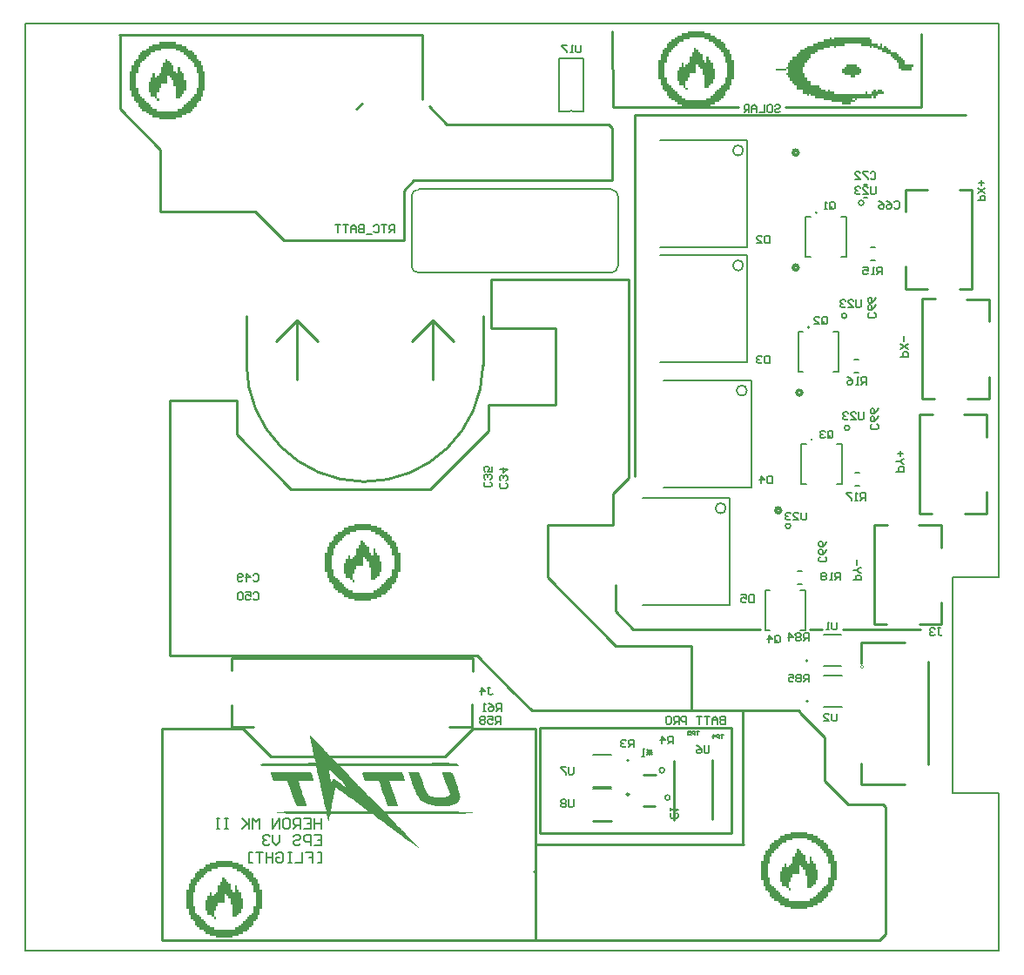
<source format=gbo>
G04*
G04 #@! TF.GenerationSoftware,Altium Limited,Altium Designer,18.1.9 (240)*
G04*
G04 Layer_Color=32896*
%FSLAX44Y44*%
%MOMM*%
G71*
G01*
G75*
%ADD10C,0.2540*%
%ADD11C,0.2000*%
%ADD12C,0.0000*%
%ADD14C,0.1524*%
%ADD16C,0.1520*%
%ADD17C,0.1270*%
%ADD143C,0.3000*%
G36*
X336296Y413512D02*
X342392D01*
Y411480D01*
X346456D01*
Y409448D01*
X348488D01*
Y407416D01*
X352552D01*
Y405384D01*
X354584D01*
Y403352D01*
X356616D01*
Y401320D01*
Y399288D01*
X358648D01*
Y397256D01*
X360680D01*
Y395224D01*
Y393192D01*
X362712D01*
Y391160D01*
Y389128D01*
Y387096D01*
X364744D01*
Y385064D01*
Y383032D01*
Y381000D01*
Y378968D01*
Y376936D01*
Y374904D01*
Y372872D01*
Y370840D01*
Y368808D01*
X362712D01*
Y366776D01*
Y364744D01*
Y362712D01*
X360680D01*
Y360680D01*
Y358648D01*
X358648D01*
Y356616D01*
X356616D01*
Y354584D01*
Y352552D01*
X354584D01*
Y350520D01*
X352552D01*
Y348488D01*
X350520D01*
Y346456D01*
X346456D01*
Y344424D01*
X342392D01*
Y342392D01*
X336296D01*
Y340360D01*
X320040D01*
Y342392D01*
X313944D01*
Y344424D01*
X309880D01*
Y346456D01*
X307848D01*
Y348488D01*
X303784D01*
Y350520D01*
X301752D01*
Y352552D01*
X299720D01*
Y354584D01*
Y356616D01*
X297688D01*
Y358648D01*
X295656D01*
Y360680D01*
Y362712D01*
X293624D01*
Y364744D01*
Y366776D01*
Y368808D01*
X291592D01*
Y370840D01*
Y372872D01*
Y374904D01*
Y376936D01*
Y378968D01*
Y381000D01*
Y383032D01*
Y385064D01*
Y387096D01*
X293624D01*
Y389128D01*
Y391160D01*
Y393192D01*
X295656D01*
Y395224D01*
Y397256D01*
X297688D01*
Y399288D01*
X299720D01*
Y401320D01*
Y403352D01*
X301752D01*
Y405384D01*
X303784D01*
Y407416D01*
X307848D01*
Y409448D01*
X309880D01*
Y411480D01*
X313944D01*
Y413512D01*
X320040D01*
Y415544D01*
X336296D01*
Y413512D01*
D02*
G37*
G36*
X760476Y113792D02*
X766572D01*
Y111760D01*
X770636D01*
Y109728D01*
X772668D01*
Y107696D01*
X776732D01*
Y105664D01*
X778764D01*
Y103632D01*
X780796D01*
Y101600D01*
Y99568D01*
X782828D01*
Y97536D01*
X784860D01*
Y95504D01*
Y93472D01*
X786892D01*
Y91440D01*
Y89408D01*
Y87376D01*
X788924D01*
Y85344D01*
Y83312D01*
Y81280D01*
Y79248D01*
Y77216D01*
Y75184D01*
Y73152D01*
Y71120D01*
Y69088D01*
X786892D01*
Y67056D01*
Y65024D01*
Y62992D01*
X784860D01*
Y60960D01*
Y58928D01*
X782828D01*
Y56896D01*
X780796D01*
Y54864D01*
Y52832D01*
X778764D01*
Y50800D01*
X776732D01*
Y48768D01*
X774700D01*
Y46736D01*
X770636D01*
Y44704D01*
X766572D01*
Y42672D01*
X760476D01*
Y40640D01*
X744220D01*
Y42672D01*
X738124D01*
Y44704D01*
X734060D01*
Y46736D01*
X732028D01*
Y48768D01*
X727964D01*
Y50800D01*
X725932D01*
Y52832D01*
X723900D01*
Y54864D01*
Y56896D01*
X721868D01*
Y58928D01*
X719836D01*
Y60960D01*
Y62992D01*
X717804D01*
Y65024D01*
Y67056D01*
Y69088D01*
X715772D01*
Y71120D01*
Y73152D01*
Y75184D01*
Y77216D01*
Y79248D01*
Y81280D01*
Y83312D01*
Y85344D01*
Y87376D01*
X717804D01*
Y89408D01*
Y91440D01*
Y93472D01*
X719836D01*
Y95504D01*
Y97536D01*
X721868D01*
Y99568D01*
X723900D01*
Y101600D01*
Y103632D01*
X725932D01*
Y105664D01*
X727964D01*
Y107696D01*
X732028D01*
Y109728D01*
X734060D01*
Y111760D01*
X738124D01*
Y113792D01*
X744220D01*
Y115824D01*
X760476D01*
Y113792D01*
D02*
G37*
G36*
X201676Y85852D02*
X207772D01*
Y83820D01*
X211836D01*
Y81788D01*
X213868D01*
Y79756D01*
X217932D01*
Y77724D01*
X219964D01*
Y75692D01*
X221996D01*
Y73660D01*
Y71628D01*
X224028D01*
Y69596D01*
X226060D01*
Y67564D01*
Y65532D01*
X228092D01*
Y63500D01*
Y61468D01*
Y59436D01*
X230124D01*
Y57404D01*
Y55372D01*
Y53340D01*
Y51308D01*
Y49276D01*
Y47244D01*
Y45212D01*
Y43180D01*
Y41148D01*
X228092D01*
Y39116D01*
Y37084D01*
Y35052D01*
X226060D01*
Y33020D01*
Y30988D01*
X224028D01*
Y28956D01*
X221996D01*
Y26924D01*
Y24892D01*
X219964D01*
Y22860D01*
X217932D01*
Y20828D01*
X215900D01*
Y18796D01*
X211836D01*
Y16764D01*
X207772D01*
Y14732D01*
X201676D01*
Y12700D01*
X185420D01*
Y14732D01*
X179324D01*
Y16764D01*
X175260D01*
Y18796D01*
X173228D01*
Y20828D01*
X169164D01*
Y22860D01*
X167132D01*
Y24892D01*
X165100D01*
Y26924D01*
Y28956D01*
X163068D01*
Y30988D01*
X161036D01*
Y33020D01*
Y35052D01*
X159004D01*
Y37084D01*
Y39116D01*
Y41148D01*
X156972D01*
Y43180D01*
Y45212D01*
Y47244D01*
Y49276D01*
Y51308D01*
Y53340D01*
Y55372D01*
Y57404D01*
Y59436D01*
X159004D01*
Y61468D01*
Y63500D01*
Y65532D01*
X161036D01*
Y67564D01*
Y69596D01*
X163068D01*
Y71628D01*
X165100D01*
Y73660D01*
Y75692D01*
X167132D01*
Y77724D01*
X169164D01*
Y79756D01*
X173228D01*
Y81788D01*
X175260D01*
Y83820D01*
X179324D01*
Y85852D01*
X185420D01*
Y87884D01*
X201676D01*
Y85852D01*
D02*
G37*
G36*
X820928Y886460D02*
X822960D01*
Y884428D01*
Y882396D01*
X829056D01*
Y880364D01*
X831088D01*
Y882396D01*
X833120D01*
Y880364D01*
Y878332D01*
X835152D01*
Y880364D01*
X837184D01*
Y878332D01*
X839216D01*
Y876300D01*
X841248D01*
Y874268D01*
X847344D01*
Y872236D01*
X849376D01*
Y870204D01*
X851408D01*
Y868172D01*
X853440D01*
Y866140D01*
X855472D01*
Y864108D01*
Y862076D01*
X863600D01*
Y860044D01*
X861568D01*
Y858012D01*
Y855980D01*
X851408D01*
Y858012D01*
X849376D01*
Y860044D01*
Y862076D01*
Y864108D01*
X847344D01*
Y866140D01*
X845312D01*
Y868172D01*
X843280D01*
Y870204D01*
X841248D01*
Y872236D01*
X837184D01*
Y874268D01*
X833120D01*
Y876300D01*
X829056D01*
Y878332D01*
X824992D01*
Y880364D01*
X822960D01*
Y878332D01*
X820928D01*
Y880364D01*
X812800D01*
Y882396D01*
X796544D01*
Y880364D01*
X788416D01*
Y878332D01*
X786384D01*
Y880364D01*
X782320D01*
Y878332D01*
X776224D01*
Y876300D01*
X770128D01*
Y874268D01*
X768096D01*
Y872236D01*
X764032D01*
Y870204D01*
Y868172D01*
X762000D01*
Y866140D01*
X759968D01*
Y864108D01*
X757936D01*
Y862076D01*
Y860044D01*
X755904D01*
Y858012D01*
Y855980D01*
Y853948D01*
X757936D01*
Y851916D01*
Y849884D01*
X759968D01*
Y847852D01*
Y845820D01*
X764032D01*
Y843788D01*
Y841756D01*
X772160D01*
Y839724D01*
X774192D01*
Y837692D01*
X778256D01*
Y835660D01*
X780288D01*
Y837692D01*
X782320D01*
Y835660D01*
X786384D01*
Y833628D01*
X816864D01*
Y835660D01*
X818896D01*
Y833628D01*
X822960D01*
Y835660D01*
X824992D01*
Y837692D01*
X827024D01*
Y835660D01*
X829056D01*
Y837692D01*
X833120D01*
Y835660D01*
X835152D01*
Y833628D01*
X829056D01*
Y831596D01*
X827024D01*
Y829564D01*
X824992D01*
Y831596D01*
X822960D01*
Y829564D01*
X808736D01*
Y827532D01*
X806704D01*
Y829564D01*
X804672D01*
Y827532D01*
X806704D01*
Y825500D01*
X802640D01*
Y823468D01*
X794512D01*
Y825500D01*
X784352D01*
Y827532D01*
X776224D01*
Y829564D01*
X768096D01*
Y831596D01*
X764032D01*
Y833628D01*
X762000D01*
Y831596D01*
X759968D01*
Y833628D01*
X755904D01*
Y835660D01*
Y837692D01*
X749808D01*
Y839724D01*
Y841756D01*
X747776D01*
Y843788D01*
X745744D01*
Y845820D01*
X743712D01*
Y847852D01*
Y849884D01*
X741680D01*
Y851916D01*
X739648D01*
Y853948D01*
X741680D01*
Y855980D01*
Y858012D01*
X739648D01*
Y860044D01*
X741680D01*
Y862076D01*
Y864108D01*
X743712D01*
Y866140D01*
X745744D01*
Y868172D01*
Y870204D01*
X749808D01*
Y872236D01*
X751840D01*
Y874268D01*
X753872D01*
Y876300D01*
X757936D01*
Y878332D01*
X759968D01*
Y880364D01*
X766064D01*
Y882396D01*
X770128D01*
Y884428D01*
X776224D01*
Y886460D01*
X782320D01*
Y888492D01*
X784352D01*
Y886460D01*
X786384D01*
Y888492D01*
X820928D01*
Y886460D01*
D02*
G37*
G36*
X739648Y855980D02*
X729488D01*
Y858012D01*
X739648D01*
Y855980D01*
D02*
G37*
G36*
X808736Y860044D02*
X810768D01*
Y858012D01*
X812800D01*
Y855980D01*
Y853948D01*
X810768D01*
Y851916D01*
X806704D01*
Y849884D01*
X802640D01*
Y851916D01*
X796544D01*
Y853948D01*
X794512D01*
Y855980D01*
Y858012D01*
X796544D01*
Y860044D01*
X798576D01*
Y862076D01*
X808736D01*
Y860044D01*
D02*
G37*
G36*
X660400Y892623D02*
X666496D01*
Y890591D01*
X670560D01*
Y888559D01*
X672592D01*
Y886527D01*
X676656D01*
Y884495D01*
X678688D01*
Y882463D01*
X680720D01*
Y880431D01*
Y878399D01*
X682752D01*
Y876367D01*
X684784D01*
Y874335D01*
Y872303D01*
X686816D01*
Y870271D01*
Y868239D01*
Y866207D01*
X688848D01*
Y864175D01*
Y862143D01*
Y860111D01*
Y858079D01*
Y856047D01*
Y854015D01*
Y851983D01*
Y849951D01*
Y847919D01*
X686816D01*
Y845887D01*
Y843855D01*
Y841823D01*
X684784D01*
Y839791D01*
Y837759D01*
X682752D01*
Y835727D01*
X680720D01*
Y833695D01*
Y831663D01*
X678688D01*
Y829631D01*
X676656D01*
Y827599D01*
X674624D01*
Y825567D01*
X670560D01*
Y823535D01*
X666496D01*
Y821503D01*
X660400D01*
Y819471D01*
X644144D01*
Y821503D01*
X638048D01*
Y823535D01*
X633984D01*
Y825567D01*
X631952D01*
Y827599D01*
X627888D01*
Y829631D01*
X625856D01*
Y831663D01*
X623824D01*
Y833695D01*
Y835727D01*
X621792D01*
Y837759D01*
X619760D01*
Y839791D01*
Y841823D01*
X617728D01*
Y843855D01*
Y845887D01*
Y847919D01*
X615696D01*
Y849951D01*
Y851983D01*
Y854015D01*
Y856047D01*
Y858079D01*
Y860111D01*
Y862143D01*
Y864175D01*
Y866207D01*
X617728D01*
Y868239D01*
Y870271D01*
Y872303D01*
X619760D01*
Y874335D01*
Y876367D01*
X621792D01*
Y878399D01*
X623824D01*
Y880431D01*
Y882463D01*
X625856D01*
Y884495D01*
X627888D01*
Y886527D01*
X631952D01*
Y888559D01*
X633984D01*
Y890591D01*
X638048D01*
Y892623D01*
X644144D01*
Y894655D01*
X660400D01*
Y892623D01*
D02*
G37*
G36*
X146304Y881888D02*
X152400D01*
Y879856D01*
X156464D01*
Y877824D01*
X158496D01*
Y875792D01*
X162560D01*
Y873760D01*
X164592D01*
Y871728D01*
X166624D01*
Y869696D01*
Y867664D01*
X168656D01*
Y865632D01*
X170688D01*
Y863600D01*
Y861568D01*
X172720D01*
Y859536D01*
Y857504D01*
Y855472D01*
X174752D01*
Y853440D01*
Y851408D01*
Y849376D01*
Y847344D01*
Y845312D01*
Y843280D01*
Y841248D01*
Y839216D01*
Y837184D01*
X172720D01*
Y835152D01*
Y833120D01*
Y831088D01*
X170688D01*
Y829056D01*
Y827024D01*
X168656D01*
Y824992D01*
X166624D01*
Y822960D01*
Y820928D01*
X164592D01*
Y818896D01*
X162560D01*
Y816864D01*
X160528D01*
Y814832D01*
X156464D01*
Y812800D01*
X152400D01*
Y810768D01*
X146304D01*
Y808736D01*
X130048D01*
Y810768D01*
X123952D01*
Y812800D01*
X119888D01*
Y814832D01*
X117856D01*
Y816864D01*
X113792D01*
Y818896D01*
X111760D01*
Y820928D01*
X109728D01*
Y822960D01*
Y824992D01*
X107696D01*
Y827024D01*
X105664D01*
Y829056D01*
Y831088D01*
X103632D01*
Y833120D01*
Y835152D01*
Y837184D01*
X101600D01*
Y839216D01*
Y841248D01*
Y843280D01*
Y845312D01*
Y847344D01*
Y849376D01*
Y851408D01*
Y853440D01*
Y855472D01*
X103632D01*
Y857504D01*
Y859536D01*
Y861568D01*
X105664D01*
Y863600D01*
Y865632D01*
X107696D01*
Y867664D01*
X109728D01*
Y869696D01*
Y871728D01*
X111760D01*
Y873760D01*
X113792D01*
Y875792D01*
X117856D01*
Y877824D01*
X119888D01*
Y879856D01*
X123952D01*
Y881888D01*
X130048D01*
Y883920D01*
X146304D01*
Y881888D01*
D02*
G37*
G36*
X358312Y173924D02*
X361827D01*
X363057Y173748D01*
X364991Y173748D01*
X365694Y173572D01*
X366573D01*
X366924Y173397D01*
X367627Y171112D01*
X368155Y169354D01*
X368682Y168123D01*
X368858Y167069D01*
X369034Y166542D01*
X369209Y166190D01*
Y166014D01*
X369034D01*
X368858Y165839D01*
X367979Y165663D01*
X366749D01*
X365342Y165487D01*
X354093Y165487D01*
X358136Y153710D01*
X362179Y141407D01*
X362003Y141231D01*
X361475Y141055D01*
X360597D01*
X359718Y140879D01*
X352511D01*
X349523Y149668D01*
X348469Y152832D01*
X347590Y155468D01*
X346711Y157577D01*
X346184Y159159D01*
X345832Y160390D01*
X345481Y161269D01*
X345305Y161620D01*
Y161796D01*
X343899Y165311D01*
X342844D01*
X341790Y165487D01*
X333880D01*
X332650Y165663D01*
X330892D01*
X330365Y165839D01*
X330013D01*
X328958Y169354D01*
X328607Y170408D01*
X328255Y171287D01*
X328080Y171990D01*
X327904Y172518D01*
X327728Y173045D01*
Y173221D01*
X327904Y173396D01*
X328607Y173572D01*
X329486D01*
X330716Y173748D01*
X332122D01*
X333880Y173924D01*
X337395D01*
X340911Y174100D01*
X356027D01*
X358312Y173924D01*
D02*
G37*
G36*
X279216Y170408D02*
X279743Y169178D01*
X280095Y168299D01*
X280271Y167420D01*
X280446Y166893D01*
X280622Y166014D01*
Y165839D01*
X280446D01*
X280271Y165663D01*
X278162D01*
X276755Y165487D01*
X267791D01*
X266912Y165311D01*
X265682D01*
Y165135D01*
X265858Y164784D01*
X266033Y164081D01*
X266385Y163378D01*
X266912Y161444D01*
X267615Y159159D01*
X268494Y157050D01*
X269021Y155117D01*
X269373Y154414D01*
X269549Y153886D01*
X269725Y153535D01*
Y153359D01*
X270428Y151426D01*
X271131Y149492D01*
X271658Y148086D01*
X272010Y146680D01*
X272361Y145449D01*
X272713Y144571D01*
X273240Y143164D01*
X273591Y142110D01*
X273767Y141758D01*
Y141407D01*
X273591Y141231D01*
X272888Y141055D01*
X272185D01*
X271131Y140879D01*
X263924D01*
X263221Y142637D01*
X262518Y144571D01*
X261639Y146504D01*
X260936Y148613D01*
X260409Y150371D01*
X259882Y151777D01*
X259530Y152832D01*
X259354Y153007D01*
Y153183D01*
X258300Y156171D01*
X257421Y158632D01*
X256718Y160741D01*
X256190Y162499D01*
X255663Y163729D01*
X255312Y164784D01*
X255136Y165311D01*
Y165487D01*
X241426D01*
X240020Y169881D01*
X238438Y174100D01*
X277634D01*
X279216Y170408D01*
D02*
G37*
G36*
X373252Y174275D02*
X373955D01*
X375713Y174100D01*
X381513D01*
X382392Y173924D01*
X382743D01*
X386610Y163905D01*
X387313Y162147D01*
X387841Y160565D01*
X388895Y158105D01*
X389774Y155996D01*
X390477Y154414D01*
X391004Y153359D01*
X391356Y152832D01*
X391708Y152480D01*
Y152304D01*
X392938Y151250D01*
X394520Y150547D01*
X396278Y150019D01*
X398035Y149668D01*
X399617Y149492D01*
X401023Y149316D01*
X405242D01*
X405945Y149492D01*
X406648D01*
X407527Y149668D01*
X408054D01*
X408933Y149844D01*
X409284D01*
X409987Y150195D01*
X410339D01*
X410866Y150371D01*
X411042Y150547D01*
X411394Y150898D01*
X411569Y151074D01*
X411921Y151426D01*
X412097Y151777D01*
X412272D01*
X412976Y152304D01*
X413151Y152480D01*
X411394Y157050D01*
X409987Y161093D01*
X408581Y164784D01*
X407351Y167948D01*
X406472Y170584D01*
X406121Y171639D01*
X405769Y172518D01*
X405593Y173221D01*
X405418Y173748D01*
X405242Y173924D01*
Y174100D01*
X412097D01*
X413327Y173924D01*
X414382Y173572D01*
X415085Y173397D01*
X415436Y173045D01*
X415788Y172694D01*
X415964Y172518D01*
X417194Y169178D01*
X418249Y166366D01*
X419303Y163729D01*
X420006Y161269D01*
X420709Y159159D01*
X421237Y157402D01*
X421764Y155820D01*
X422116Y154589D01*
X422467Y153359D01*
X422643Y152480D01*
X422818Y151777D01*
Y151074D01*
X422994Y150371D01*
Y150195D01*
X422818Y149141D01*
X422643Y148086D01*
X421764Y146328D01*
X421412Y145625D01*
X421061Y145098D01*
X420885Y144922D01*
X420709Y144746D01*
X419831Y144043D01*
X418776Y143340D01*
X416491Y142461D01*
X413854Y141758D01*
X411218Y141231D01*
X408757Y140879D01*
X406824Y140704D01*
X404890D01*
X400320Y140879D01*
X396453Y141582D01*
X393114Y142461D01*
X390477Y143516D01*
X388368Y144395D01*
X386962Y145274D01*
X386083Y145977D01*
X385732Y146152D01*
X384853Y146856D01*
X383974Y147910D01*
X382392Y150371D01*
X380634Y153183D01*
X379228Y156171D01*
X377998Y158984D01*
X377470Y160214D01*
X377119Y161269D01*
X376767Y162323D01*
X376416Y163026D01*
X376240Y163378D01*
Y163554D01*
X372549Y174451D01*
X373252Y174275D01*
D02*
G37*
G36*
X276931Y209956D02*
X277458Y209605D01*
X278689Y208550D01*
X279743Y207320D01*
X280095Y206968D01*
X280271Y206792D01*
X282731Y204332D01*
X285192Y201695D01*
X286247Y200641D01*
X287126Y199762D01*
X287653Y199234D01*
X287829Y199059D01*
X289411Y197477D01*
X290641Y196246D01*
X291696Y195192D01*
X292399Y194313D01*
X293102Y193610D01*
X293453Y193258D01*
X293805Y192907D01*
X304175Y182537D01*
X375537Y182537D01*
X379404Y182712D01*
X394520D01*
X396278Y182888D01*
X411394D01*
X413854Y182712D01*
X415612D01*
X417018Y182537D01*
X417897D01*
X418424Y182361D01*
X418600D01*
X419655Y182185D01*
X420358Y181833D01*
X421061Y181482D01*
X421412Y180955D01*
X421764Y180427D01*
Y180076D01*
X414733D01*
X412800Y179900D01*
X306284Y179900D01*
X315249Y170584D01*
X316303Y169530D01*
X317709Y168123D01*
X319291Y166366D01*
X320873Y164784D01*
X322455Y163026D01*
X323861Y161620D01*
X324740Y160741D01*
X324916Y160565D01*
X325092Y160390D01*
X327728Y157577D01*
X330189Y155117D01*
X332122Y153007D01*
X333704Y151426D01*
X334935Y150019D01*
X335813Y149141D01*
X336341Y148613D01*
X336516Y148438D01*
X349523Y135606D01*
X410339Y135606D01*
X413151Y135431D01*
X420534D01*
X422467Y135255D01*
X426158D01*
X428970Y135079D01*
X431431D01*
X433189Y134903D01*
X434595Y134728D01*
X435474D01*
X436177Y134552D01*
X436529D01*
X436704Y134376D01*
X436880D01*
X436704Y134200D01*
X436353D01*
X435825Y134024D01*
X434068D01*
X433013Y133849D01*
X430201D01*
X427037Y133673D01*
X423522Y133497D01*
X411921D01*
X408054Y133322D01*
X351984Y133321D01*
X353039Y132091D01*
X353390Y131564D01*
X353918Y130861D01*
X354796Y129982D01*
X355851Y128927D01*
X358136Y126291D01*
X360948Y123478D01*
X363585Y120666D01*
X364639Y119436D01*
X365870Y118381D01*
X366749Y117502D01*
X367452Y116799D01*
X367803Y116272D01*
X367979Y116096D01*
X370440Y113635D01*
X372549Y111526D01*
X374307Y109593D01*
X375888Y107835D01*
X377295Y106605D01*
X378525Y105374D01*
X379404Y104320D01*
X380107Y103617D01*
X381161Y102562D01*
X381689Y102035D01*
X382040Y101683D01*
X382743Y100804D01*
X383271Y100277D01*
X383974Y99398D01*
X384062Y99310D01*
X384501Y99047D01*
X384325D01*
X384062Y99310D01*
X382743Y100101D01*
X374307Y106077D01*
X370264Y109066D01*
X366397Y111878D01*
X362706Y114514D01*
X359190Y116975D01*
X356027Y119436D01*
X352863Y121721D01*
X350226Y123830D01*
X347766Y125588D01*
X345656Y127345D01*
X343899Y128576D01*
X342493Y129806D01*
X341438Y130509D01*
X340735Y131036D01*
X340559Y131212D01*
X337571Y133321D01*
X297144D01*
X296266Y131564D01*
X295914Y129806D01*
X295738Y129103D01*
Y128400D01*
Y128048D01*
Y127873D01*
Y127345D01*
X295562Y126818D01*
X295387Y126467D01*
X295211Y126291D01*
X295035Y126467D01*
X294684Y126994D01*
X294332Y128224D01*
X293981Y129279D01*
X293805Y129630D01*
Y129806D01*
X293277Y133146D01*
X269197Y133321D01*
X264803D01*
X261112Y133497D01*
X257772Y133673D01*
X254960D01*
X252499Y133849D01*
X250566D01*
X248984Y134024D01*
X247578Y134200D01*
X246699D01*
X245820Y134376D01*
X245293Y134552D01*
X244941D01*
X244590Y134728D01*
X244941Y134903D01*
X245644Y135079D01*
X246875D01*
X248281Y135255D01*
X250214D01*
X252148Y135431D01*
X256542D01*
X261112Y135606D01*
X292750D01*
X290817Y144395D01*
X290289Y147031D01*
X289762Y149492D01*
X288708Y153886D01*
X288004Y157577D01*
X287301Y160741D01*
X286774Y163026D01*
X286423Y164608D01*
X286071Y165663D01*
Y166014D01*
X285544Y168123D01*
X285192Y169881D01*
X284841Y171463D01*
X284489Y172869D01*
X284138Y174100D01*
X283962Y175330D01*
X283610Y176912D01*
X283435Y178142D01*
X283259Y178845D01*
Y179197D01*
Y179373D01*
X282907Y179548D01*
X280798D01*
X279040Y179724D01*
X274646D01*
X269549Y179900D01*
X232462D01*
X231231Y180076D01*
X230353Y180252D01*
X229825Y180427D01*
X229298Y180603D01*
X228946Y180955D01*
Y181130D01*
X229122Y181482D01*
X229474Y181833D01*
X230704Y182185D01*
X231935Y182361D01*
X235801D01*
X237559Y182537D01*
X268143D01*
X271131Y182712D01*
X273767D01*
X276052Y182888D01*
X277810D01*
X279216Y183064D01*
X281150D01*
X281677Y183239D01*
X282204D01*
X282556Y183415D01*
X280622Y190973D01*
X280446Y191852D01*
X280271Y192731D01*
X279743Y195016D01*
X279568Y195895D01*
X279392Y196774D01*
X279216Y197301D01*
Y197477D01*
X278864Y199059D01*
X278513Y200289D01*
X278337Y201519D01*
X278162Y202222D01*
Y202926D01*
X277986Y203277D01*
Y203629D01*
X277634Y204683D01*
X277458Y205738D01*
X277283Y206441D01*
Y206617D01*
X276931Y207671D01*
X276755Y208550D01*
Y209077D01*
Y209253D01*
Y210132D01*
X276931Y209956D01*
D02*
G37*
%LPC*%
G36*
X336296Y409448D02*
X322072D01*
Y407416D01*
X315976D01*
Y405384D01*
X311912D01*
Y403352D01*
X309880D01*
Y401320D01*
X307848D01*
Y399288D01*
X305816D01*
Y397256D01*
X303784D01*
Y395224D01*
X301752D01*
Y393192D01*
Y391160D01*
X299720D01*
Y389128D01*
Y387096D01*
Y385064D01*
X297688D01*
Y383032D01*
Y381000D01*
Y378968D01*
Y376936D01*
Y374904D01*
Y372872D01*
Y370840D01*
X299720D01*
Y368808D01*
Y366776D01*
Y364744D01*
X301752D01*
Y362712D01*
X303784D01*
Y360680D01*
X305816D01*
Y358648D01*
X307848D01*
Y356616D01*
X309880D01*
Y354584D01*
X311912D01*
Y352552D01*
X313944D01*
Y350520D01*
X318008D01*
Y348488D01*
X338328D01*
Y350520D01*
X342392D01*
Y352552D01*
X344424D01*
Y354584D01*
X346456D01*
Y356616D01*
X348488D01*
Y358648D01*
X350520D01*
Y360680D01*
X352552D01*
Y362712D01*
X354584D01*
Y364744D01*
X356616D01*
Y366776D01*
Y368808D01*
Y370840D01*
X358648D01*
Y372872D01*
Y374904D01*
Y376936D01*
Y378968D01*
Y381000D01*
Y383032D01*
Y385064D01*
X356616D01*
Y387096D01*
Y389128D01*
Y391160D01*
X354584D01*
Y393192D01*
Y395224D01*
X352552D01*
Y397256D01*
X350520D01*
Y399288D01*
X348488D01*
Y401320D01*
X346456D01*
Y403352D01*
X344424D01*
Y405384D01*
X340360D01*
Y407416D01*
X336296D01*
Y409448D01*
D02*
G37*
%LPD*%
G36*
X328168Y397256D02*
X330200D01*
Y395224D01*
X332232D01*
Y393192D01*
X334264D01*
Y391160D01*
Y389128D01*
Y387096D01*
X336296D01*
Y385064D01*
X338328D01*
Y387096D01*
Y389128D01*
Y391160D01*
X340360D01*
Y389128D01*
Y387096D01*
X342392D01*
Y385064D01*
X344424D01*
Y383032D01*
Y381000D01*
Y378968D01*
X346456D01*
Y376936D01*
Y374904D01*
Y372872D01*
Y370840D01*
Y368808D01*
X344424D01*
Y366776D01*
Y364744D01*
X342392D01*
Y362712D01*
X340360D01*
Y360680D01*
X336296D01*
Y362712D01*
Y364744D01*
Y366776D01*
Y368808D01*
Y370840D01*
Y372872D01*
X334264D01*
Y374904D01*
Y376936D01*
Y378968D01*
X332232D01*
Y381000D01*
X330200D01*
Y383032D01*
X328168D01*
Y381000D01*
Y378968D01*
Y376936D01*
Y374904D01*
X322072D01*
Y372872D01*
Y370840D01*
X320040D01*
Y368808D01*
Y366776D01*
X318008D01*
Y364744D01*
Y362712D01*
Y360680D01*
X320040D01*
Y358648D01*
X318008D01*
Y360680D01*
X315976D01*
Y362712D01*
X311912D01*
Y364744D01*
Y366776D01*
X309880D01*
Y368808D01*
Y370840D01*
Y372872D01*
Y374904D01*
Y376936D01*
X311912D01*
Y378968D01*
Y381000D01*
X313944D01*
Y383032D01*
Y385064D01*
X315976D01*
Y383032D01*
Y381000D01*
X318008D01*
Y383032D01*
X320040D01*
Y385064D01*
X322072D01*
Y387096D01*
Y389128D01*
Y391160D01*
X324104D01*
Y393192D01*
Y395224D01*
X326136D01*
Y397256D01*
Y399288D01*
X328168D01*
Y397256D01*
D02*
G37*
%LPC*%
G36*
X760476Y109728D02*
X746252D01*
Y107696D01*
X740156D01*
Y105664D01*
X736092D01*
Y103632D01*
X734060D01*
Y101600D01*
X732028D01*
Y99568D01*
X729996D01*
Y97536D01*
X727964D01*
Y95504D01*
X725932D01*
Y93472D01*
Y91440D01*
X723900D01*
Y89408D01*
Y87376D01*
Y85344D01*
X721868D01*
Y83312D01*
Y81280D01*
Y79248D01*
Y77216D01*
Y75184D01*
Y73152D01*
Y71120D01*
X723900D01*
Y69088D01*
Y67056D01*
Y65024D01*
X725932D01*
Y62992D01*
X727964D01*
Y60960D01*
X729996D01*
Y58928D01*
X732028D01*
Y56896D01*
X734060D01*
Y54864D01*
X736092D01*
Y52832D01*
X738124D01*
Y50800D01*
X742188D01*
Y48768D01*
X762508D01*
Y50800D01*
X766572D01*
Y52832D01*
X768604D01*
Y54864D01*
X770636D01*
Y56896D01*
X772668D01*
Y58928D01*
X774700D01*
Y60960D01*
X776732D01*
Y62992D01*
X778764D01*
Y65024D01*
X780796D01*
Y67056D01*
Y69088D01*
Y71120D01*
X782828D01*
Y73152D01*
Y75184D01*
Y77216D01*
Y79248D01*
Y81280D01*
Y83312D01*
Y85344D01*
X780796D01*
Y87376D01*
Y89408D01*
Y91440D01*
X778764D01*
Y93472D01*
Y95504D01*
X776732D01*
Y97536D01*
X774700D01*
Y99568D01*
X772668D01*
Y101600D01*
X770636D01*
Y103632D01*
X768604D01*
Y105664D01*
X764540D01*
Y107696D01*
X760476D01*
Y109728D01*
D02*
G37*
%LPD*%
G36*
X752348Y97536D02*
X754380D01*
Y95504D01*
X756412D01*
Y93472D01*
X758444D01*
Y91440D01*
Y89408D01*
Y87376D01*
X760476D01*
Y85344D01*
X762508D01*
Y87376D01*
Y89408D01*
Y91440D01*
X764540D01*
Y89408D01*
Y87376D01*
X766572D01*
Y85344D01*
X768604D01*
Y83312D01*
Y81280D01*
Y79248D01*
X770636D01*
Y77216D01*
Y75184D01*
Y73152D01*
Y71120D01*
Y69088D01*
X768604D01*
Y67056D01*
Y65024D01*
X766572D01*
Y62992D01*
X764540D01*
Y60960D01*
X760476D01*
Y62992D01*
Y65024D01*
Y67056D01*
Y69088D01*
Y71120D01*
Y73152D01*
X758444D01*
Y75184D01*
Y77216D01*
Y79248D01*
X756412D01*
Y81280D01*
X754380D01*
Y83312D01*
X752348D01*
Y81280D01*
Y79248D01*
Y77216D01*
Y75184D01*
X746252D01*
Y73152D01*
Y71120D01*
X744220D01*
Y69088D01*
Y67056D01*
X742188D01*
Y65024D01*
Y62992D01*
Y60960D01*
X744220D01*
Y58928D01*
X742188D01*
Y60960D01*
X740156D01*
Y62992D01*
X736092D01*
Y65024D01*
Y67056D01*
X734060D01*
Y69088D01*
Y71120D01*
Y73152D01*
Y75184D01*
Y77216D01*
X736092D01*
Y79248D01*
Y81280D01*
X738124D01*
Y83312D01*
Y85344D01*
X740156D01*
Y83312D01*
Y81280D01*
X742188D01*
Y83312D01*
X744220D01*
Y85344D01*
X746252D01*
Y87376D01*
Y89408D01*
Y91440D01*
X748284D01*
Y93472D01*
Y95504D01*
X750316D01*
Y97536D01*
Y99568D01*
X752348D01*
Y97536D01*
D02*
G37*
%LPC*%
G36*
X201676Y81788D02*
X187452D01*
Y79756D01*
X181356D01*
Y77724D01*
X177292D01*
Y75692D01*
X175260D01*
Y73660D01*
X173228D01*
Y71628D01*
X171196D01*
Y69596D01*
X169164D01*
Y67564D01*
X167132D01*
Y65532D01*
Y63500D01*
X165100D01*
Y61468D01*
Y59436D01*
Y57404D01*
X163068D01*
Y55372D01*
Y53340D01*
Y51308D01*
Y49276D01*
Y47244D01*
Y45212D01*
Y43180D01*
X165100D01*
Y41148D01*
Y39116D01*
Y37084D01*
X167132D01*
Y35052D01*
X169164D01*
Y33020D01*
X171196D01*
Y30988D01*
X173228D01*
Y28956D01*
X175260D01*
Y26924D01*
X177292D01*
Y24892D01*
X179324D01*
Y22860D01*
X183388D01*
Y20828D01*
X203708D01*
Y22860D01*
X207772D01*
Y24892D01*
X209804D01*
Y26924D01*
X211836D01*
Y28956D01*
X213868D01*
Y30988D01*
X215900D01*
Y33020D01*
X217932D01*
Y35052D01*
X219964D01*
Y37084D01*
X221996D01*
Y39116D01*
Y41148D01*
Y43180D01*
X224028D01*
Y45212D01*
Y47244D01*
Y49276D01*
Y51308D01*
Y53340D01*
Y55372D01*
Y57404D01*
X221996D01*
Y59436D01*
Y61468D01*
Y63500D01*
X219964D01*
Y65532D01*
Y67564D01*
X217932D01*
Y69596D01*
X215900D01*
Y71628D01*
X213868D01*
Y73660D01*
X211836D01*
Y75692D01*
X209804D01*
Y77724D01*
X205740D01*
Y79756D01*
X201676D01*
Y81788D01*
D02*
G37*
%LPD*%
G36*
X193548Y69596D02*
X195580D01*
Y67564D01*
X197612D01*
Y65532D01*
X199644D01*
Y63500D01*
Y61468D01*
Y59436D01*
X201676D01*
Y57404D01*
X203708D01*
Y59436D01*
Y61468D01*
Y63500D01*
X205740D01*
Y61468D01*
Y59436D01*
X207772D01*
Y57404D01*
X209804D01*
Y55372D01*
Y53340D01*
Y51308D01*
X211836D01*
Y49276D01*
Y47244D01*
Y45212D01*
Y43180D01*
Y41148D01*
X209804D01*
Y39116D01*
Y37084D01*
X207772D01*
Y35052D01*
X205740D01*
Y33020D01*
X201676D01*
Y35052D01*
Y37084D01*
Y39116D01*
Y41148D01*
Y43180D01*
Y45212D01*
X199644D01*
Y47244D01*
Y49276D01*
Y51308D01*
X197612D01*
Y53340D01*
X195580D01*
Y55372D01*
X193548D01*
Y53340D01*
Y51308D01*
Y49276D01*
Y47244D01*
X187452D01*
Y45212D01*
Y43180D01*
X185420D01*
Y41148D01*
Y39116D01*
X183388D01*
Y37084D01*
Y35052D01*
Y33020D01*
X185420D01*
Y30988D01*
X183388D01*
Y33020D01*
X181356D01*
Y35052D01*
X177292D01*
Y37084D01*
Y39116D01*
X175260D01*
Y41148D01*
Y43180D01*
Y45212D01*
Y47244D01*
Y49276D01*
X177292D01*
Y51308D01*
Y53340D01*
X179324D01*
Y55372D01*
Y57404D01*
X181356D01*
Y55372D01*
Y53340D01*
X183388D01*
Y55372D01*
X185420D01*
Y57404D01*
X187452D01*
Y59436D01*
Y61468D01*
Y63500D01*
X189484D01*
Y65532D01*
Y67564D01*
X191516D01*
Y69596D01*
Y71628D01*
X193548D01*
Y69596D01*
D02*
G37*
%LPC*%
G36*
X660400Y888559D02*
X646176D01*
Y886527D01*
X640080D01*
Y884495D01*
X636016D01*
Y882463D01*
X633984D01*
Y880431D01*
X631952D01*
Y878399D01*
X629920D01*
Y876367D01*
X627888D01*
Y874335D01*
X625856D01*
Y872303D01*
Y870271D01*
X623824D01*
Y868239D01*
Y866207D01*
Y864175D01*
X621792D01*
Y862143D01*
Y860111D01*
Y858079D01*
Y856047D01*
Y854015D01*
Y851983D01*
Y849951D01*
X623824D01*
Y847919D01*
Y845887D01*
Y843855D01*
X625856D01*
Y841823D01*
X627888D01*
Y839791D01*
X629920D01*
Y837759D01*
X631952D01*
Y835727D01*
X633984D01*
Y833695D01*
X636016D01*
Y831663D01*
X638048D01*
Y829631D01*
X642112D01*
Y827599D01*
X662432D01*
Y829631D01*
X666496D01*
Y831663D01*
X668528D01*
Y833695D01*
X670560D01*
Y835727D01*
X672592D01*
Y837759D01*
X674624D01*
Y839791D01*
X676656D01*
Y841823D01*
X678688D01*
Y843855D01*
X680720D01*
Y845887D01*
Y847919D01*
Y849951D01*
X682752D01*
Y851983D01*
Y854015D01*
Y856047D01*
Y858079D01*
Y860111D01*
Y862143D01*
Y864175D01*
X680720D01*
Y866207D01*
Y868239D01*
Y870271D01*
X678688D01*
Y872303D01*
Y874335D01*
X676656D01*
Y876367D01*
X674624D01*
Y878399D01*
X672592D01*
Y880431D01*
X670560D01*
Y882463D01*
X668528D01*
Y884495D01*
X664464D01*
Y886527D01*
X660400D01*
Y888559D01*
D02*
G37*
%LPD*%
G36*
X652272Y876367D02*
X654304D01*
Y874335D01*
X656336D01*
Y872303D01*
X658368D01*
Y870271D01*
Y868239D01*
Y866207D01*
X660400D01*
Y864175D01*
X662432D01*
Y866207D01*
Y868239D01*
Y870271D01*
X664464D01*
Y868239D01*
Y866207D01*
X666496D01*
Y864175D01*
X668528D01*
Y862143D01*
Y860111D01*
Y858079D01*
X670560D01*
Y856047D01*
Y854015D01*
Y851983D01*
Y849951D01*
Y847919D01*
X668528D01*
Y845887D01*
Y843855D01*
X666496D01*
Y841823D01*
X664464D01*
Y839791D01*
X660400D01*
Y841823D01*
Y843855D01*
Y845887D01*
Y847919D01*
Y849951D01*
Y851983D01*
X658368D01*
Y854015D01*
Y856047D01*
Y858079D01*
X656336D01*
Y860111D01*
X654304D01*
Y862143D01*
X652272D01*
Y860111D01*
Y858079D01*
Y856047D01*
Y854015D01*
X646176D01*
Y851983D01*
Y849951D01*
X644144D01*
Y847919D01*
Y845887D01*
X642112D01*
Y843855D01*
Y841823D01*
Y839791D01*
X644144D01*
Y837759D01*
X642112D01*
Y839791D01*
X640080D01*
Y841823D01*
X636016D01*
Y843855D01*
Y845887D01*
X633984D01*
Y847919D01*
Y849951D01*
Y851983D01*
Y854015D01*
Y856047D01*
X636016D01*
Y858079D01*
Y860111D01*
X638048D01*
Y862143D01*
Y864175D01*
X640080D01*
Y862143D01*
Y860111D01*
X642112D01*
Y862143D01*
X644144D01*
Y864175D01*
X646176D01*
Y866207D01*
Y868239D01*
Y870271D01*
X648208D01*
Y872303D01*
Y874335D01*
X650240D01*
Y876367D01*
Y878399D01*
X652272D01*
Y876367D01*
D02*
G37*
%LPC*%
G36*
X146304Y877824D02*
X132080D01*
Y875792D01*
X125984D01*
Y873760D01*
X121920D01*
Y871728D01*
X119888D01*
Y869696D01*
X117856D01*
Y867664D01*
X115824D01*
Y865632D01*
X113792D01*
Y863600D01*
X111760D01*
Y861568D01*
Y859536D01*
X109728D01*
Y857504D01*
Y855472D01*
Y853440D01*
X107696D01*
Y851408D01*
Y849376D01*
Y847344D01*
Y845312D01*
Y843280D01*
Y841248D01*
Y839216D01*
X109728D01*
Y837184D01*
Y835152D01*
Y833120D01*
X111760D01*
Y831088D01*
X113792D01*
Y829056D01*
X115824D01*
Y827024D01*
X117856D01*
Y824992D01*
X119888D01*
Y822960D01*
X121920D01*
Y820928D01*
X123952D01*
Y818896D01*
X128016D01*
Y816864D01*
X148336D01*
Y818896D01*
X152400D01*
Y820928D01*
X154432D01*
Y822960D01*
X156464D01*
Y824992D01*
X158496D01*
Y827024D01*
X160528D01*
Y829056D01*
X162560D01*
Y831088D01*
X164592D01*
Y833120D01*
X166624D01*
Y835152D01*
Y837184D01*
Y839216D01*
X168656D01*
Y841248D01*
Y843280D01*
Y845312D01*
Y847344D01*
Y849376D01*
Y851408D01*
Y853440D01*
X166624D01*
Y855472D01*
Y857504D01*
Y859536D01*
X164592D01*
Y861568D01*
Y863600D01*
X162560D01*
Y865632D01*
X160528D01*
Y867664D01*
X158496D01*
Y869696D01*
X156464D01*
Y871728D01*
X154432D01*
Y873760D01*
X150368D01*
Y875792D01*
X146304D01*
Y877824D01*
D02*
G37*
%LPD*%
G36*
X138176Y865632D02*
X140208D01*
Y863600D01*
X142240D01*
Y861568D01*
X144272D01*
Y859536D01*
Y857504D01*
Y855472D01*
X146304D01*
Y853440D01*
X148336D01*
Y855472D01*
Y857504D01*
Y859536D01*
X150368D01*
Y857504D01*
Y855472D01*
X152400D01*
Y853440D01*
X154432D01*
Y851408D01*
Y849376D01*
Y847344D01*
X156464D01*
Y845312D01*
Y843280D01*
Y841248D01*
Y839216D01*
Y837184D01*
X154432D01*
Y835152D01*
Y833120D01*
X152400D01*
Y831088D01*
X150368D01*
Y829056D01*
X146304D01*
Y831088D01*
Y833120D01*
Y835152D01*
Y837184D01*
Y839216D01*
Y841248D01*
X144272D01*
Y843280D01*
Y845312D01*
Y847344D01*
X142240D01*
Y849376D01*
X140208D01*
Y851408D01*
X138176D01*
Y849376D01*
Y847344D01*
Y845312D01*
Y843280D01*
X132080D01*
Y841248D01*
Y839216D01*
X130048D01*
Y837184D01*
Y835152D01*
X128016D01*
Y833120D01*
Y831088D01*
Y829056D01*
X130048D01*
Y827024D01*
X128016D01*
Y829056D01*
X125984D01*
Y831088D01*
X121920D01*
Y833120D01*
Y835152D01*
X119888D01*
Y837184D01*
Y839216D01*
Y841248D01*
Y843280D01*
Y845312D01*
X121920D01*
Y847344D01*
Y849376D01*
X123952D01*
Y851408D01*
Y853440D01*
X125984D01*
Y851408D01*
Y849376D01*
X128016D01*
Y851408D01*
X130048D01*
Y853440D01*
X132080D01*
Y855472D01*
Y857504D01*
Y859536D01*
X134112D01*
Y861568D01*
Y863600D01*
X136144D01*
Y865632D01*
Y867664D01*
X138176D01*
Y865632D01*
D02*
G37*
%LPC*%
G36*
X295211Y176912D02*
Y176385D01*
X295387Y175506D01*
X295562Y174275D01*
X295914Y173045D01*
X296090Y171815D01*
X296441Y170936D01*
X296617Y170233D01*
Y169881D01*
X296793Y169354D01*
Y168651D01*
Y168123D01*
Y167948D01*
X297144Y166717D01*
X297496Y165839D01*
X297672Y165487D01*
Y165311D01*
Y164784D01*
X297847Y164608D01*
X298023D01*
X298199Y165135D01*
X298375Y165311D01*
X298726Y166190D01*
X299078Y166893D01*
X299429Y167245D01*
X299605Y167596D01*
X299957Y167948D01*
X300133Y167772D01*
X300660Y167596D01*
X301890Y166717D01*
X303120Y165839D01*
X303472Y165663D01*
X303648Y165487D01*
X304702Y164784D01*
X305757Y164081D01*
X306460Y163554D01*
X306636Y163378D01*
X307515Y162675D01*
X308218Y161972D01*
X308745Y161620D01*
X308921Y161444D01*
X309975Y160565D01*
X310327Y160214D01*
X310503Y160038D01*
X310854Y159687D01*
X311206Y159511D01*
X311382D01*
X311733Y159335D01*
X311557Y160214D01*
X311030Y161269D01*
X310151Y162499D01*
X309097Y163729D01*
X307866Y165135D01*
X306460Y166717D01*
X303472Y169705D01*
X300484Y172342D01*
X299078Y173572D01*
X297847Y174803D01*
X296793Y175681D01*
X295914Y176385D01*
X295387Y176736D01*
X295211Y176912D01*
D02*
G37*
G36*
X301714Y158984D02*
X301539Y158808D01*
Y158456D01*
X301363Y157929D01*
X301187Y157226D01*
X300835Y155292D01*
X300308Y153183D01*
X299957Y150898D01*
X299605Y149141D01*
X299429Y148262D01*
X299254Y147734D01*
Y147383D01*
Y147207D01*
X297144Y135782D01*
X306284Y135606D01*
X324740D01*
X334056Y135782D01*
X318237Y147383D01*
X315424Y149492D01*
X312964Y151250D01*
X310854Y152832D01*
X309097Y154062D01*
X307515Y155292D01*
X306109Y156171D01*
X305054Y156874D01*
X304175Y157577D01*
X303296Y158105D01*
X302769Y158456D01*
X302066Y158808D01*
X301714Y158984D01*
D02*
G37*
%LPD*%
D10*
X215186Y571500D02*
G03*
X445199Y569659I115014J0D01*
G01*
X586954Y152240D02*
G03*
X586954Y152240I-1000J0D01*
G01*
X586740Y459740D02*
Y464820D01*
X571754Y444754D02*
X586740Y459740D01*
X571754Y414020D02*
Y444754D01*
X515874Y586740D02*
Y596900D01*
Y606044D01*
X871220Y820420D02*
Y892240D01*
X739140Y820645D02*
X871220Y820420D01*
X571743D02*
X693420D01*
X570863Y894072D02*
X571743Y820420D01*
X92202Y818765D02*
X131654Y779313D01*
Y718820D02*
Y779313D01*
Y718820D02*
X223520D01*
X251460Y690880D01*
X367997D01*
Y739648D01*
X321941Y818765D02*
X327660Y824484D01*
X386080Y828638D02*
Y880618D01*
X592973Y812873D02*
X914400D01*
X215201Y569659D02*
Y617220D01*
X445201Y569659D02*
Y617220D01*
X396242Y555672D02*
Y612951D01*
X416562Y592632D01*
X375922Y592632D02*
X396242Y612951D01*
X264158D02*
X284478Y592632D01*
X243838Y592632D02*
X264158Y612951D01*
Y555672D02*
Y612951D01*
X377649Y749300D02*
X570992Y749300D01*
Y800862D01*
X567687Y804167D02*
X570992Y800862D01*
X410210Y804167D02*
X567687D01*
X392941Y821436D02*
X410210Y804167D01*
X392938Y821436D02*
X392941D01*
X386080Y880618D02*
Y891286D01*
X91694D02*
X386080D01*
X91694D02*
X92202Y890778D01*
Y818765D02*
Y890778D01*
X367997Y739648D02*
X377649Y749300D01*
X435356Y216154D02*
X496062D01*
X408178Y188976D02*
X435356Y216154D01*
X133604D02*
X211836D01*
X239014Y188976D01*
X133096Y10922D02*
Y17526D01*
X496062Y103886D02*
Y216154D01*
X133096Y10922D02*
X496570D01*
X133096Y17526D02*
Y216662D01*
X133604Y216154D01*
X239014Y188976D02*
X408178D01*
X647446Y233800D02*
Y286512D01*
Y297046D01*
X752022Y233800D02*
X753872Y231950D01*
X697858Y233800D02*
X752022D01*
X753872Y231902D02*
Y231950D01*
Y231902D02*
X777676Y208098D01*
Y165354D02*
Y208098D01*
Y165354D02*
X800536Y142494D01*
X833882D01*
X836168Y140208D01*
Y16510D02*
Y140208D01*
X830580Y10922D02*
X836168Y16510D01*
X496570Y10922D02*
X830580D01*
X496062Y11430D02*
X496570Y10922D01*
X496062Y11430D02*
Y78486D01*
X494792Y77216D02*
X496062Y78486D01*
Y103886D01*
X698246D01*
X697858Y104274D02*
X698246Y103886D01*
X697858Y104274D02*
Y233800D01*
X140716Y535178D02*
X142494D01*
X140716Y287020D02*
Y535178D01*
X142494D02*
X205486D01*
X452882Y605790D02*
Y652780D01*
X450850Y505968D02*
Y531114D01*
X452882Y605790D02*
X453136Y606044D01*
X515874D01*
Y531114D02*
Y586740D01*
X450850Y531114D02*
X515874D01*
X574174Y297046D02*
X647446D01*
X508000Y363220D02*
X574174Y297046D01*
X508000Y363220D02*
Y414020D01*
X571754D01*
X586740Y464820D02*
Y652780D01*
X492640Y233800D02*
X697858D01*
X473456Y252984D02*
X492640Y233800D01*
X439420Y287020D02*
X473456Y252984D01*
X140716Y287020D02*
X439420D01*
X205486Y502158D02*
Y535178D01*
Y502158D02*
X258572Y449072D01*
X393954D01*
X409702Y464820D01*
X450850Y505968D01*
X452882Y652780D02*
X586740D01*
X877832Y181680D02*
Y281310D01*
X813062Y161930D02*
Y182250D01*
Y161930D02*
X854972D01*
X813062Y280040D02*
Y300360D01*
X854972D01*
X500700Y114300D02*
Y115100D01*
Y114300D02*
X687100D01*
X500700Y217000D02*
X504100D01*
X500700Y115100D02*
Y217000D01*
X504100D02*
X687100D01*
Y114300D02*
Y217000D01*
X763100Y313000D02*
X774600D01*
X794700D02*
X870300D01*
X663100D02*
X714300D01*
X574040Y330200D02*
Y355600D01*
X591240Y313000D02*
X663100D01*
X574040Y330200D02*
X591240Y313000D01*
X592973Y461793D02*
X592973Y812873D01*
X825778Y317818D02*
Y414528D01*
X838010D01*
X825778Y317818D02*
X837628D01*
X890778D02*
Y339090D01*
X869506Y317818D02*
X890778D01*
X868870Y414274D02*
X890778D01*
Y392494D02*
Y414274D01*
X869720Y425468D02*
Y522178D01*
X881952D01*
X869720Y425468D02*
X881570D01*
X934720D02*
Y446740D01*
X913448Y425468D02*
X934720D01*
X912812Y521924D02*
X934720D01*
Y500144D02*
Y521924D01*
X872260Y537428D02*
Y634138D01*
X884492D01*
X872260Y537428D02*
X884110D01*
X937260D02*
Y558700D01*
X915988Y537428D02*
X937260D01*
X915352Y633884D02*
X937260D01*
Y612104D02*
Y633884D01*
X920726Y643482D02*
Y740192D01*
X908494Y643482D02*
X920726D01*
X908876Y740192D02*
X920726D01*
X855726Y718920D02*
Y740192D01*
X876998D01*
X855726Y643736D02*
X877634D01*
X855726D02*
Y665516D01*
X631205Y127674D02*
Y185078D01*
X668049Y128182D02*
Y185586D01*
X552154Y126540D02*
X569754D01*
X601131Y140970D02*
X612431D01*
X601385Y171450D02*
X612735D01*
X412368Y218158D02*
X434148D01*
Y240066D01*
X200596Y217650D02*
Y238922D01*
Y217650D02*
X221868D01*
X200850Y272578D02*
Y284428D01*
X435482Y272196D02*
Y284428D01*
X200850D02*
X435482D01*
D11*
X815404Y727620D02*
G03*
X815404Y727620I-2500J0D01*
G01*
X761238Y242960D02*
G03*
X761238Y242960I-1000J0D01*
G01*
X760918Y282120D02*
G03*
X760918Y282120I-1000J0D01*
G01*
X744264Y413232D02*
G03*
X744264Y413232I-2500J0D01*
G01*
X801584Y508831D02*
G03*
X801584Y508831I-2500J0D01*
G01*
X798796Y617710D02*
G03*
X798796Y617710I-2500J0D01*
G01*
X532369Y816233D02*
G03*
X529119Y816233I-1625J0D01*
G01*
X627102Y149264D02*
G03*
X627102Y149264I-2500J0D01*
G01*
X586954Y185180D02*
G03*
X586954Y185180I-1000J0D01*
G01*
X621665Y175768D02*
G03*
X621665Y175768I-2500J0D01*
G01*
X815137Y732890D02*
X819137D01*
X815137Y745390D02*
X819137D01*
X519094Y816233D02*
Y868233D01*
X542394D01*
Y816233D02*
Y868233D01*
X532369Y816233D02*
X542394D01*
X519094D02*
X529119D01*
X751364Y356970D02*
X755364D01*
X751364Y369470D02*
X755364D01*
X806884Y452428D02*
X810884D01*
X806884Y464928D02*
X810884D01*
X822484Y671930D02*
X826484D01*
X822484Y684430D02*
X826484D01*
X806236Y562710D02*
X810236D01*
X806236Y575210D02*
X810236D01*
X280896Y112761D02*
X287560D01*
Y102764D01*
X280896D01*
X287560Y107763D02*
X284228D01*
X277563Y102764D02*
Y112761D01*
X272565D01*
X270899Y111095D01*
Y107763D01*
X272565Y106096D01*
X277563D01*
X260902Y111095D02*
X262568Y112761D01*
X265900D01*
X267566Y111095D01*
Y109429D01*
X265900Y107763D01*
X262568D01*
X260902Y106096D01*
Y104430D01*
X262568Y102764D01*
X265900D01*
X267566Y104430D01*
X247573Y112761D02*
Y106096D01*
X244241Y102764D01*
X240908Y106096D01*
Y112761D01*
X237576Y111095D02*
X235910Y112761D01*
X232578D01*
X230912Y111095D01*
Y109429D01*
X232578Y107763D01*
X234244D01*
X232578D01*
X230912Y106096D01*
Y104430D01*
X232578Y102764D01*
X235910D01*
X237576Y104430D01*
X284228Y85968D02*
X287560D01*
Y95965D01*
X284228D01*
X272565D02*
X279229D01*
Y90967D01*
X275897D01*
X279229D01*
Y85968D01*
X269233Y95965D02*
Y85968D01*
X262568D01*
X259236Y95965D02*
X255904D01*
X257570D01*
Y85968D01*
X259236D01*
X255904D01*
X244241Y94299D02*
X245907Y95965D01*
X249239D01*
X250905Y94299D01*
Y87634D01*
X249239Y85968D01*
X245907D01*
X244241Y87634D01*
Y90967D01*
X247573D01*
X240908Y95965D02*
Y85968D01*
Y90967D01*
X234244D01*
Y95965D01*
Y85968D01*
X230912Y95965D02*
X224247D01*
X227579D01*
Y85968D01*
X220915D02*
X217583D01*
Y95965D01*
X220915D01*
X287560Y128797D02*
Y118800D01*
Y123798D01*
X280896D01*
Y128797D01*
Y118800D01*
X270899Y128797D02*
X277563D01*
Y118800D01*
X270899D01*
X277563Y123798D02*
X274231D01*
X267566Y118800D02*
Y128797D01*
X262568D01*
X260902Y127131D01*
Y123798D01*
X262568Y122132D01*
X267566D01*
X264234D02*
X260902Y118800D01*
X252571Y128797D02*
X255903D01*
X257570Y127131D01*
Y120466D01*
X255903Y118800D01*
X252571D01*
X250905Y120466D01*
Y127131D01*
X252571Y128797D01*
X247573Y118800D02*
Y128797D01*
X240908Y118800D01*
Y128797D01*
X227579Y118800D02*
Y128797D01*
X224247Y125464D01*
X220915Y128797D01*
Y118800D01*
X217582Y128797D02*
Y118800D01*
Y122132D01*
X210918Y128797D01*
X215916Y123798D01*
X210918Y118800D01*
X197589Y128797D02*
X194257D01*
X195923D01*
Y118800D01*
X197589D01*
X194257D01*
X189258Y128797D02*
X185926D01*
X187592D01*
Y118800D01*
X189258D01*
X185926D01*
X655400Y213999D02*
X652734D01*
X654067D01*
Y210000D01*
X651401D02*
Y213999D01*
X649402D01*
X648736Y213332D01*
Y211999D01*
X649402Y211333D01*
X651401D01*
X644737Y213999D02*
X647403D01*
Y211999D01*
X646070Y212666D01*
X645403D01*
X644737Y211999D01*
Y210667D01*
X645403Y210000D01*
X646736D01*
X647403Y210667D01*
X679100Y210599D02*
X676434D01*
X677767D01*
Y206600D01*
X675101D02*
Y210599D01*
X673102D01*
X672436Y209932D01*
Y208599D01*
X673102Y207933D01*
X675101D01*
X669103Y206600D02*
Y210599D01*
X671103Y208599D01*
X668437D01*
X680500Y228398D02*
Y220900D01*
X676751D01*
X675502Y222150D01*
Y223399D01*
X676751Y224649D01*
X680500D01*
X676751D01*
X675502Y225898D01*
Y227148D01*
X676751Y228398D01*
X680500D01*
X673002Y220900D02*
Y225898D01*
X670503Y228398D01*
X668004Y225898D01*
Y220900D01*
Y224649D01*
X673002D01*
X665505Y228398D02*
X660506D01*
X663006D01*
Y220900D01*
X658007Y228398D02*
X653009D01*
X655508D01*
Y220900D01*
X643012D02*
Y228398D01*
X639263D01*
X638014Y227148D01*
Y224649D01*
X639263Y223399D01*
X643012D01*
X635514Y220900D02*
Y228398D01*
X631766D01*
X630516Y227148D01*
Y224649D01*
X631766Y223399D01*
X635514D01*
X633015D02*
X630516Y220900D01*
X624268Y228398D02*
X626767D01*
X628017Y227148D01*
Y222150D01*
X626767Y220900D01*
X624268D01*
X623018Y222150D01*
Y227148D01*
X624268Y228398D01*
X729062Y821813D02*
X730311Y823063D01*
X732810D01*
X734060Y821813D01*
Y820563D01*
X732810Y819314D01*
X730311D01*
X729062Y818064D01*
Y816815D01*
X730311Y815565D01*
X732810D01*
X734060Y816815D01*
X722814Y823063D02*
X725313D01*
X726562Y821813D01*
Y816815D01*
X725313Y815565D01*
X722814D01*
X721564Y816815D01*
Y821813D01*
X722814Y823063D01*
X719065D02*
Y815565D01*
X714066D01*
X711567D02*
Y820563D01*
X709068Y823063D01*
X706569Y820563D01*
Y815565D01*
Y819314D01*
X711567D01*
X704070Y815565D02*
Y823063D01*
X700321D01*
X699071Y821813D01*
Y819314D01*
X700321Y818064D01*
X704070D01*
X701570D02*
X699071Y815565D01*
X821820Y756454D02*
X823069Y757704D01*
X825568D01*
X826818Y756454D01*
Y751456D01*
X825568Y750206D01*
X823069D01*
X821820Y751456D01*
X819320Y757704D02*
X814322D01*
Y756454D01*
X819320Y751456D01*
Y750206D01*
X806824D02*
X811823D01*
X806824Y755204D01*
Y756454D01*
X808074Y757704D01*
X810573D01*
X811823Y756454D01*
X762254Y261620D02*
Y269118D01*
X758505D01*
X757256Y267868D01*
Y265369D01*
X758505Y264119D01*
X762254D01*
X759755D02*
X757256Y261620D01*
X754756Y267868D02*
X753507Y269118D01*
X751008D01*
X749758Y267868D01*
Y266618D01*
X751008Y265369D01*
X749758Y264119D01*
Y262870D01*
X751008Y261620D01*
X753507D01*
X754756Y262870D01*
Y264119D01*
X753507Y265369D01*
X754756Y266618D01*
Y267868D01*
X753507Y265369D02*
X751008D01*
X742260Y269118D02*
X747259D01*
Y265369D01*
X744760Y266618D01*
X743510D01*
X742260Y265369D01*
Y262870D01*
X743510Y261620D01*
X746009D01*
X747259Y262870D01*
X761746Y301498D02*
Y308996D01*
X757997D01*
X756748Y307746D01*
Y305247D01*
X757997Y303997D01*
X761746D01*
X759247D02*
X756748Y301498D01*
X754248Y307746D02*
X752999Y308996D01*
X750500D01*
X749250Y307746D01*
Y306496D01*
X750500Y305247D01*
X749250Y303997D01*
Y302748D01*
X750500Y301498D01*
X752999D01*
X754248Y302748D01*
Y303997D01*
X752999Y305247D01*
X754248Y306496D01*
Y307746D01*
X752999Y305247D02*
X750500D01*
X743002Y301498D02*
Y308996D01*
X746751Y305247D01*
X741752D01*
X827034Y743396D02*
Y737148D01*
X825785Y735898D01*
X823285D01*
X822036Y737148D01*
Y743396D01*
X814538Y735898D02*
X819537D01*
X814538Y740897D01*
Y742146D01*
X815788Y743396D01*
X818287D01*
X819537Y742146D01*
X812039D02*
X810789Y743396D01*
X808290D01*
X807040Y742146D01*
Y740897D01*
X808290Y739647D01*
X809540D01*
X808290D01*
X807040Y738397D01*
Y737148D01*
X808290Y735898D01*
X810789D01*
X812039Y737148D01*
X708660Y346393D02*
Y338896D01*
X704911D01*
X703662Y340145D01*
Y345144D01*
X704911Y346393D01*
X708660D01*
X696164D02*
X701162D01*
Y342644D01*
X698663Y343894D01*
X697414D01*
X696164Y342644D01*
Y340145D01*
X697414Y338896D01*
X699913D01*
X701162Y340145D01*
X780362Y499964D02*
Y504962D01*
X781611Y506212D01*
X784110D01*
X785360Y504962D01*
Y499964D01*
X784110Y498714D01*
X781611D01*
X782861Y501213D02*
X780362Y498714D01*
X781611D02*
X780362Y499964D01*
X777862Y504962D02*
X776613Y506212D01*
X774114D01*
X772864Y504962D01*
Y503712D01*
X774114Y502463D01*
X775363D01*
X774114D01*
X772864Y501213D01*
Y499964D01*
X774114Y498714D01*
X776613D01*
X777862Y499964D01*
X462849Y233460D02*
Y240958D01*
X459100D01*
X457851Y239708D01*
Y237209D01*
X459100Y235959D01*
X462849D01*
X460350D02*
X457851Y233460D01*
X450353Y240958D02*
X452852Y239708D01*
X455351Y237209D01*
Y234710D01*
X454102Y233460D01*
X451603D01*
X450353Y234710D01*
Y235959D01*
X451603Y237209D01*
X455351D01*
X447854Y233460D02*
X445355D01*
X446604D01*
Y240958D01*
X447854Y239708D01*
X462280Y220873D02*
Y228371D01*
X458531D01*
X457282Y227121D01*
Y224622D01*
X458531Y223372D01*
X462280D01*
X459781D02*
X457282Y220873D01*
X449784Y228371D02*
X454782D01*
Y224622D01*
X452283Y225872D01*
X451034D01*
X449784Y224622D01*
Y222123D01*
X451034Y220873D01*
X453533D01*
X454782Y222123D01*
X447285Y227121D02*
X446035Y228371D01*
X443536D01*
X442286Y227121D01*
Y225872D01*
X443536Y224622D01*
X442286Y223372D01*
Y222123D01*
X443536Y220873D01*
X446035D01*
X447285Y222123D01*
Y223372D01*
X446035Y224622D01*
X447285Y225872D01*
Y227121D01*
X446035Y224622D02*
X443536D01*
X789212Y231018D02*
Y224770D01*
X787963Y223520D01*
X785464D01*
X784214Y224770D01*
Y231018D01*
X776717Y223520D02*
X781715D01*
X776717Y228518D01*
Y229768D01*
X777966Y231018D01*
X780465D01*
X781715Y229768D01*
X789212Y319918D02*
Y313670D01*
X787963Y312420D01*
X785464D01*
X784214Y313670D01*
Y319918D01*
X781715Y312420D02*
X779216D01*
X780465D01*
Y319918D01*
X781715Y318668D01*
X759613Y426598D02*
Y420350D01*
X758364Y419100D01*
X755864D01*
X754615Y420350D01*
Y426598D01*
X747117Y419100D02*
X752116D01*
X747117Y424098D01*
Y425348D01*
X748367Y426598D01*
X750866D01*
X752116Y425348D01*
X744618D02*
X743369Y426598D01*
X740869D01*
X739620Y425348D01*
Y424098D01*
X740869Y422849D01*
X742119D01*
X740869D01*
X739620Y421599D01*
Y420350D01*
X740869Y419100D01*
X743369D01*
X744618Y420350D01*
X815340Y524225D02*
Y517977D01*
X814090Y516728D01*
X811591D01*
X810342Y517977D01*
Y524225D01*
X802844Y516728D02*
X807842D01*
X802844Y521726D01*
Y522976D01*
X804094Y524225D01*
X806593D01*
X807842Y522976D01*
X800345D02*
X799095Y524225D01*
X796596D01*
X795346Y522976D01*
Y521726D01*
X796596Y520477D01*
X797846D01*
X796596D01*
X795346Y519227D01*
Y517977D01*
X796596Y516728D01*
X799095D01*
X800345Y517977D01*
X812800Y633290D02*
Y627042D01*
X811550Y625792D01*
X809051D01*
X807802Y627042D01*
Y633290D01*
X800304Y625792D02*
X805302D01*
X800304Y630791D01*
Y632040D01*
X801554Y633290D01*
X804053D01*
X805302Y632040D01*
X797805D02*
X796555Y633290D01*
X794056D01*
X792806Y632040D01*
Y630791D01*
X794056Y629541D01*
X795306D01*
X794056D01*
X792806Y628292D01*
Y627042D01*
X794056Y625792D01*
X796555D01*
X797805Y627042D01*
X540428Y881258D02*
Y875010D01*
X539179Y873760D01*
X536680D01*
X535430Y875010D01*
Y881258D01*
X532931Y873760D02*
X530432D01*
X531681D01*
Y881258D01*
X532931Y880008D01*
X526683Y881258D02*
X521684D01*
Y880008D01*
X526683Y875010D01*
Y873760D01*
X533400Y147331D02*
Y141083D01*
X532150Y139834D01*
X529651D01*
X528402Y141083D01*
Y147331D01*
X525902Y146082D02*
X524653Y147331D01*
X522154D01*
X520904Y146082D01*
Y144832D01*
X522154Y143582D01*
X520904Y142333D01*
Y141083D01*
X522154Y139834D01*
X524653D01*
X525902Y141083D01*
Y142333D01*
X524653Y143582D01*
X525902Y144832D01*
Y146082D01*
X524653Y143582D02*
X522154D01*
X533400Y179242D02*
Y172994D01*
X532150Y171744D01*
X529651D01*
X528402Y172994D01*
Y179242D01*
X525902D02*
X520904D01*
Y177992D01*
X525902Y172994D01*
Y171744D01*
X665114Y199948D02*
Y193700D01*
X663864Y192451D01*
X661365D01*
X660116Y193700D01*
Y199948D01*
X652618D02*
X655117Y198699D01*
X657616Y196199D01*
Y193700D01*
X656367Y192451D01*
X653867D01*
X652618Y193700D01*
Y194950D01*
X653867Y196199D01*
X657616D01*
X359153Y698600D02*
Y706098D01*
X355404D01*
X354155Y704848D01*
Y702349D01*
X355404Y701099D01*
X359153D01*
X356654D02*
X354155Y698600D01*
X351656Y706098D02*
X346657D01*
X349156D01*
Y698600D01*
X339160Y704848D02*
X340409Y706098D01*
X342908D01*
X344158Y704848D01*
Y699850D01*
X342908Y698600D01*
X340409D01*
X339160Y699850D01*
X336660Y697350D02*
X331662D01*
X329163Y706098D02*
Y698600D01*
X325414D01*
X324164Y699850D01*
Y701099D01*
X325414Y702349D01*
X329163D01*
X325414D01*
X324164Y703598D01*
Y704848D01*
X325414Y706098D01*
X329163D01*
X321665Y698600D02*
Y703598D01*
X319166Y706098D01*
X316667Y703598D01*
Y698600D01*
Y702349D01*
X321665D01*
X314167Y706098D02*
X309169D01*
X311668D01*
Y698600D01*
X306670Y706098D02*
X301672D01*
X304171D01*
Y698600D01*
X792480Y360680D02*
Y368178D01*
X788731D01*
X787482Y366928D01*
Y364429D01*
X788731Y363179D01*
X792480D01*
X789981D02*
X787482Y360680D01*
X784982D02*
X782483D01*
X783733D01*
Y368178D01*
X784982Y366928D01*
X778734D02*
X777485Y368178D01*
X774986D01*
X773736Y366928D01*
Y365678D01*
X774986Y364429D01*
X773736Y363179D01*
Y361930D01*
X774986Y360680D01*
X777485D01*
X778734Y361930D01*
Y363179D01*
X777485Y364429D01*
X778734Y365678D01*
Y366928D01*
X777485Y364429D02*
X774986D01*
X816940Y438300D02*
Y445798D01*
X813191D01*
X811941Y444548D01*
Y442049D01*
X813191Y440799D01*
X816940D01*
X814441D02*
X811941Y438300D01*
X809442D02*
X806943D01*
X808193D01*
Y445798D01*
X809442Y444548D01*
X803194Y445798D02*
X798196D01*
Y444548D01*
X803194Y439550D01*
Y438300D01*
X817880Y550850D02*
Y558348D01*
X814131D01*
X812882Y557099D01*
Y554599D01*
X814131Y553350D01*
X817880D01*
X815381D02*
X812882Y550850D01*
X810382D02*
X807883D01*
X809133D01*
Y558348D01*
X810382Y557099D01*
X799136Y558348D02*
X801635Y557099D01*
X804134Y554599D01*
Y552100D01*
X802885Y550850D01*
X800386D01*
X799136Y552100D01*
Y553350D01*
X800386Y554599D01*
X804134D01*
X833120Y657860D02*
Y665358D01*
X829371D01*
X828122Y664108D01*
Y661609D01*
X829371Y660359D01*
X833120D01*
X830621D02*
X828122Y657860D01*
X825622D02*
X823123D01*
X824373D01*
Y665358D01*
X825622Y664108D01*
X814376Y665358D02*
X819374D01*
Y661609D01*
X816875Y662858D01*
X815626D01*
X814376Y661609D01*
Y659110D01*
X815626Y657860D01*
X818125D01*
X819374Y659110D01*
X629920Y201479D02*
Y208976D01*
X626171D01*
X624922Y207727D01*
Y205228D01*
X626171Y203978D01*
X629920D01*
X627421D02*
X624922Y201479D01*
X618674D02*
Y208976D01*
X622422Y205228D01*
X617424D01*
X591820Y198120D02*
Y205618D01*
X588071D01*
X586822Y204368D01*
Y201869D01*
X588071Y200619D01*
X591820D01*
X589321D02*
X586822Y198120D01*
X584322Y204368D02*
X583073Y205618D01*
X580574D01*
X579324Y204368D01*
Y203118D01*
X580574Y201869D01*
X581823D01*
X580574D01*
X579324Y200619D01*
Y199370D01*
X580574Y198120D01*
X583073D01*
X584322Y199370D01*
X729062Y300970D02*
Y305968D01*
X730311Y307218D01*
X732810D01*
X734060Y305968D01*
Y300970D01*
X732810Y299720D01*
X730311D01*
X731561Y302219D02*
X729062Y299720D01*
X730311D02*
X729062Y300970D01*
X722814Y299720D02*
Y307218D01*
X726562Y303469D01*
X721564D01*
X774864Y610850D02*
Y615848D01*
X776114Y617098D01*
X778613D01*
X779863Y615848D01*
Y610850D01*
X778613Y609600D01*
X776114D01*
X777363Y612099D02*
X774864Y609600D01*
X776114D02*
X774864Y610850D01*
X767367Y609600D02*
X772365D01*
X767367Y614598D01*
Y615848D01*
X768616Y617098D01*
X771115D01*
X772365Y615848D01*
X782319Y722610D02*
Y727608D01*
X783568Y728858D01*
X786068D01*
X787317Y727608D01*
Y722610D01*
X786068Y721360D01*
X783568D01*
X784818Y723859D02*
X782319Y721360D01*
X783568D02*
X782319Y722610D01*
X779820Y721360D02*
X777320D01*
X778570D01*
Y728858D01*
X779820Y727608D01*
X805180Y360680D02*
X812678D01*
Y364429D01*
X811428Y365678D01*
X808929D01*
X807679Y364429D01*
Y360680D01*
X812678Y368178D02*
X811428D01*
X808929Y370677D01*
X811428Y373176D01*
X812678D01*
X808929Y370677D02*
X805180D01*
X808929Y375675D02*
Y380674D01*
X847068Y466266D02*
X854566D01*
Y470015D01*
X853316Y471264D01*
X850817D01*
X849567Y470015D01*
Y466266D01*
X854566Y473764D02*
X853316D01*
X850817Y476263D01*
X853316Y478762D01*
X854566D01*
X850817Y476263D02*
X847068D01*
X850817Y481261D02*
Y486260D01*
X853316Y483760D02*
X848317D01*
X850900Y577748D02*
X858398D01*
Y581497D01*
X857148Y582747D01*
X854649D01*
X853399Y581497D01*
Y577748D01*
X858398Y585246D02*
X850900Y590244D01*
X858398D02*
X850900Y585246D01*
X854649Y592743D02*
Y597742D01*
X926011Y729788D02*
X933509D01*
Y733537D01*
X932259Y734787D01*
X929760D01*
X928510Y733537D01*
Y729788D01*
X933509Y737286D02*
X926011Y742284D01*
X933509D02*
X926011Y737286D01*
X929760Y744783D02*
Y749782D01*
X932259Y747283D02*
X927261D01*
X887012Y314178D02*
X889511D01*
X888261D01*
Y307930D01*
X889511Y306680D01*
X890760D01*
X892010Y307930D01*
X884512Y312928D02*
X883263Y314178D01*
X880764D01*
X879514Y312928D01*
Y311678D01*
X880764Y310429D01*
X882013D01*
X880764D01*
X879514Y309179D01*
Y307930D01*
X880764Y306680D01*
X883263D01*
X884512Y307930D01*
X449662Y256418D02*
X452161D01*
X450911D01*
Y250170D01*
X452161Y248920D01*
X453410D01*
X454660Y250170D01*
X443414Y248920D02*
Y256418D01*
X447162Y252669D01*
X442164D01*
X726440Y462158D02*
Y454660D01*
X722691D01*
X721442Y455910D01*
Y460908D01*
X722691Y462158D01*
X726440D01*
X715194Y454660D02*
Y462158D01*
X718942Y458409D01*
X713944D01*
X723900Y578998D02*
Y571500D01*
X720151D01*
X718902Y572750D01*
Y577748D01*
X720151Y578998D01*
X723900D01*
X716402Y577748D02*
X715153Y578998D01*
X712654D01*
X711404Y577748D01*
Y576498D01*
X712654Y575249D01*
X713903D01*
X712654D01*
X711404Y573999D01*
Y572750D01*
X712654Y571500D01*
X715153D01*
X716402Y572750D01*
X723900Y695838D02*
Y688340D01*
X720151D01*
X718902Y689590D01*
Y694588D01*
X720151Y695838D01*
X723900D01*
X711404Y688340D02*
X716402D01*
X711404Y693338D01*
Y694588D01*
X712654Y695838D01*
X715153D01*
X716402Y694588D01*
X777856Y383458D02*
X779105Y382209D01*
Y379710D01*
X777856Y378460D01*
X772857D01*
X771608Y379710D01*
Y382209D01*
X772857Y383458D01*
X779105Y390956D02*
X777856Y388457D01*
X775357Y385958D01*
X772857D01*
X771608Y387207D01*
Y389706D01*
X772857Y390956D01*
X774107D01*
X775357Y389706D01*
Y385958D01*
X779105Y398454D02*
X777856Y395954D01*
X775357Y393455D01*
X772857D01*
X771608Y394705D01*
Y397204D01*
X772857Y398454D01*
X774107D01*
X775357Y397204D01*
Y393455D01*
X828247Y512452D02*
X829497Y511203D01*
Y508704D01*
X828247Y507454D01*
X823249D01*
X821999Y508704D01*
Y511203D01*
X823249Y512452D01*
X829497Y519950D02*
X828247Y517451D01*
X825748Y514952D01*
X823249D01*
X821999Y516201D01*
Y518700D01*
X823249Y519950D01*
X824498D01*
X825748Y518700D01*
Y514952D01*
X829497Y527448D02*
X828247Y524948D01*
X825748Y522449D01*
X823249D01*
X821999Y523699D01*
Y526198D01*
X823249Y527448D01*
X824498D01*
X825748Y526198D01*
Y522449D01*
X825652Y620674D02*
X826902Y619424D01*
Y616925D01*
X825652Y615675D01*
X820654D01*
X819404Y616925D01*
Y619424D01*
X820654Y620674D01*
X826902Y628171D02*
X825652Y625672D01*
X823153Y623173D01*
X820654D01*
X819404Y624422D01*
Y626922D01*
X820654Y628171D01*
X821903D01*
X823153Y626922D01*
Y623173D01*
X826902Y635669D02*
X825652Y633170D01*
X823153Y630670D01*
X820654D01*
X819404Y631920D01*
Y634419D01*
X820654Y635669D01*
X821903D01*
X823153Y634419D01*
Y630670D01*
X844886Y728101D02*
X846135Y729351D01*
X848634D01*
X849884Y728101D01*
Y723103D01*
X848634Y721853D01*
X846135D01*
X844886Y723103D01*
X837388Y729351D02*
X839887Y728101D01*
X842386Y725602D01*
Y723103D01*
X841137Y721853D01*
X838638D01*
X837388Y723103D01*
Y724353D01*
X838638Y725602D01*
X842386D01*
X829890Y729351D02*
X832390Y728101D01*
X834889Y725602D01*
Y723103D01*
X833639Y721853D01*
X831140D01*
X829890Y723103D01*
Y724353D01*
X831140Y725602D01*
X834889D01*
X221722Y347768D02*
X222971Y349018D01*
X225470D01*
X226720Y347768D01*
Y342770D01*
X225470Y341520D01*
X222971D01*
X221722Y342770D01*
X214224Y349018D02*
X219222D01*
Y345269D01*
X216723Y346518D01*
X215474D01*
X214224Y345269D01*
Y342770D01*
X215474Y341520D01*
X217973D01*
X219222Y342770D01*
X211725Y347768D02*
X210475Y349018D01*
X207976D01*
X206726Y347768D01*
Y342770D01*
X207976Y341520D01*
X210475D01*
X211725Y342770D01*
Y347768D01*
X221602Y365694D02*
X222851Y366944D01*
X225350D01*
X226600Y365694D01*
Y360696D01*
X225350Y359446D01*
X222851D01*
X221602Y360696D01*
X215354Y359446D02*
Y366944D01*
X219102Y363195D01*
X214104D01*
X211605Y360696D02*
X210355Y359446D01*
X207856D01*
X206606Y360696D01*
Y365694D01*
X207856Y366944D01*
X210355D01*
X211605Y365694D01*
Y364444D01*
X210355Y363195D01*
X206606D01*
X452378Y456228D02*
X453628Y454978D01*
Y452479D01*
X452378Y451229D01*
X447380D01*
X446130Y452479D01*
Y454978D01*
X447380Y456228D01*
X452378Y458727D02*
X453628Y459976D01*
Y462476D01*
X452378Y463725D01*
X451128D01*
X449879Y462476D01*
Y461226D01*
Y462476D01*
X448629Y463725D01*
X447380D01*
X446130Y462476D01*
Y459976D01*
X447380Y458727D01*
X453628Y471223D02*
Y466224D01*
X449879D01*
X451128Y468724D01*
Y469973D01*
X449879Y471223D01*
X447380D01*
X446130Y469973D01*
Y467474D01*
X447380Y466224D01*
X467526Y455037D02*
X468776Y453787D01*
Y451288D01*
X467526Y450039D01*
X462528D01*
X461278Y451288D01*
Y453787D01*
X462528Y455037D01*
X467526Y457536D02*
X468776Y458786D01*
Y461285D01*
X467526Y462535D01*
X466277D01*
X465027Y461285D01*
Y460036D01*
Y461285D01*
X463778Y462535D01*
X462528D01*
X461278Y461285D01*
Y458786D01*
X462528Y457536D01*
X461278Y468783D02*
X468776D01*
X465027Y465034D01*
Y470032D01*
X633532Y134182D02*
X634782Y132933D01*
Y130434D01*
X633532Y129184D01*
X628534D01*
X627284Y130434D01*
Y132933D01*
X628534Y134182D01*
X627284Y136682D02*
Y139181D01*
Y137931D01*
X634782D01*
X633532Y136682D01*
X609600Y195638D02*
X604602Y190640D01*
X609600D02*
X604602Y195638D01*
X609600Y193139D02*
X604602D01*
X607101Y190640D02*
Y195638D01*
X602102Y189390D02*
X599603D01*
X600853D01*
Y196888D01*
X602102Y195638D01*
D12*
X815172Y276230D02*
G03*
X815172Y276230I-1500J0D01*
G01*
D14*
X765438Y497332D02*
G03*
X765438Y497332I-762J0D01*
G01*
X769687Y718312D02*
G03*
X769687Y718312I-762J0D01*
G01*
X762188Y606552D02*
G03*
X762188Y606552I-762J0D01*
G01*
X749652Y307848D02*
G03*
X749652Y307848I-762J0D01*
G01*
X754868Y454152D02*
X759561D01*
X789291Y493268D02*
X793984D01*
X754868D02*
X759561D01*
X754868Y454152D02*
Y493268D01*
X789291Y454152D02*
X793984D01*
Y493268D01*
X798233Y675132D02*
Y714248D01*
X793539Y675132D02*
X798233D01*
X759117D02*
Y714248D01*
X763810D01*
X793539D02*
X798233D01*
X759117Y675132D02*
X763810D01*
X790734Y563372D02*
Y602488D01*
X786041Y563372D02*
X790734D01*
X751618D02*
Y602488D01*
X756311D01*
X786041D02*
X790734D01*
X751618Y563372D02*
X756311D01*
X719582Y311912D02*
Y351028D01*
X724275D01*
X758698Y311912D02*
Y351028D01*
X754005Y311912D02*
X758698D01*
X719582D02*
X724275D01*
X754005Y351028D02*
X758698D01*
D16*
X576580Y733724D02*
G03*
X569484Y740820I-7096J0D01*
G01*
X382680Y740820D02*
G03*
X375604Y733744I-0J-7076D01*
G01*
X375604Y666558D02*
G03*
X382642Y659520I7038J0D01*
G01*
X569299Y659520D02*
G03*
X576580Y666801I0J7281D01*
G01*
X382680Y740820D02*
X569484Y740820D01*
X375604Y733744D02*
X375604Y666558D01*
X382642Y659520D02*
X569299Y659520D01*
X576580Y666801D02*
X576580Y733724D01*
X946658Y363220D02*
Y901700D01*
X0D02*
X946658D01*
X0Y0D02*
Y901700D01*
Y0D02*
X946658D01*
Y153670D01*
X901700D02*
X946658D01*
X901700D02*
Y363220D01*
X946658D01*
D17*
X681252Y430620D02*
G03*
X681252Y430620I-5000J0D01*
G01*
X698204Y778600D02*
G03*
X698204Y778600I-5000J0D01*
G01*
Y666768D02*
G03*
X698204Y666768I-5000J0D01*
G01*
X701764Y545109D02*
G03*
X701764Y545109I-5000J0D01*
G01*
X600252Y440720D02*
X685302D01*
X600252Y336520D02*
X685302D01*
Y440720D01*
X776438Y268260D02*
X794038D01*
X776438Y237660D02*
X794038D01*
X776118Y307420D02*
X793718D01*
X776118Y276820D02*
X793718D01*
X552154Y157940D02*
X569754D01*
X552154Y159480D02*
X569754D01*
X552154Y190880D02*
X569754D01*
X702254Y684500D02*
Y788700D01*
X617204Y684500D02*
X702254D01*
X617204Y788700D02*
X702254D01*
Y572668D02*
Y676868D01*
X617204Y572668D02*
X702254D01*
X617204Y676868D02*
X702254D01*
X705814Y451009D02*
Y555209D01*
X620764Y451009D02*
X705814D01*
X620764Y555209D02*
X705814D01*
D143*
X734752Y428620D02*
G03*
X734752Y428620I-2500J0D01*
G01*
X751704Y776600D02*
G03*
X751704Y776600I-2500J0D01*
G01*
Y664768D02*
G03*
X751704Y664768I-2500J0D01*
G01*
X755264Y543109D02*
G03*
X755264Y543109I-2500J0D01*
G01*
M02*

</source>
